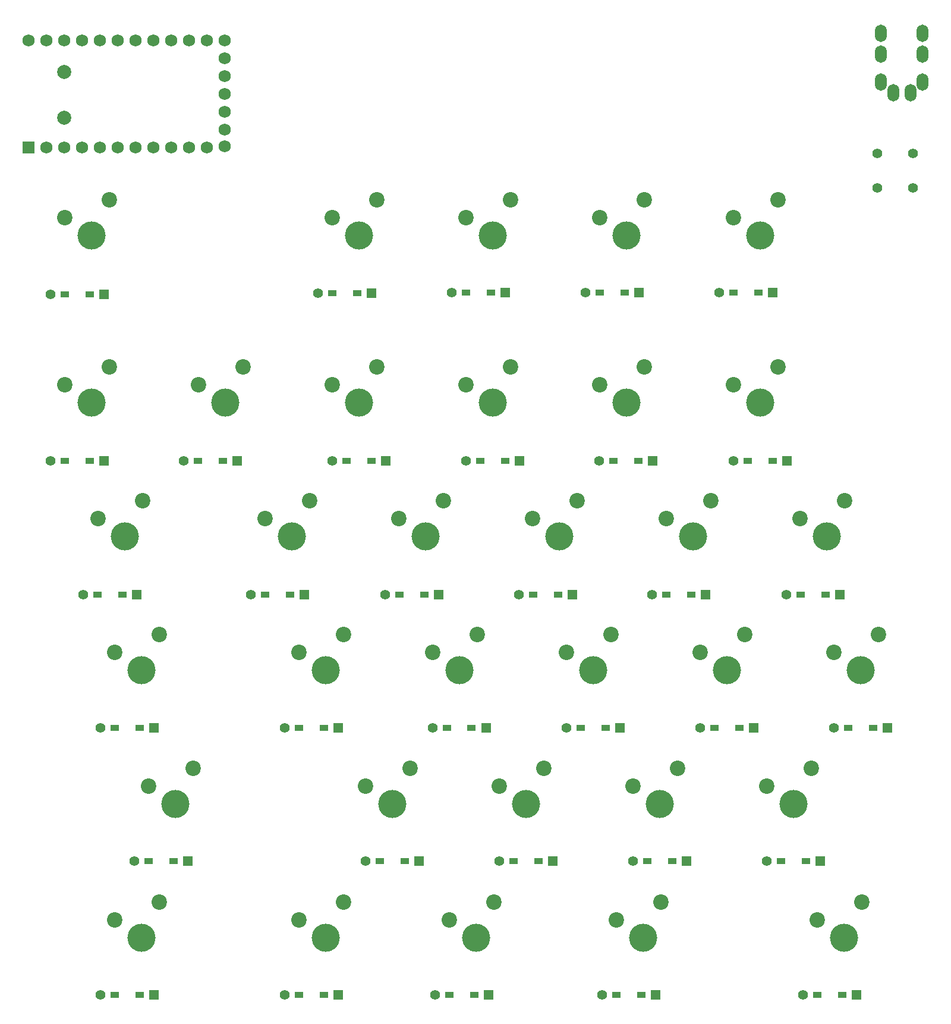
<source format=gbs>
G04 #@! TF.GenerationSoftware,KiCad,Pcbnew,(5.1.8)-1*
G04 #@! TF.CreationDate,2020-12-12T14:40:11+09:00*
G04 #@! TF.ProjectId,keyboard-layouter-playground,6b657962-6f61-4726-942d-6c61796f7574,rev?*
G04 #@! TF.SameCoordinates,Original*
G04 #@! TF.FileFunction,Soldermask,Bot*
G04 #@! TF.FilePolarity,Negative*
%FSLAX46Y46*%
G04 Gerber Fmt 4.6, Leading zero omitted, Abs format (unit mm)*
G04 Created by KiCad (PCBNEW (5.1.8)-1) date 2020-12-12 14:40:11*
%MOMM*%
%LPD*%
G01*
G04 APERTURE LIST*
%ADD10C,4.000000*%
%ADD11C,2.200000*%
%ADD12C,1.397000*%
%ADD13O,1.700000X2.500000*%
%ADD14C,1.752600*%
%ADD15R,1.752600X1.752600*%
%ADD16C,2.000000*%
%ADD17R,1.300000X0.950000*%
%ADD18R,1.397000X1.397000*%
G04 APERTURE END LIST*
D10*
X41190600Y-209042000D03*
D11*
X37380600Y-206502000D03*
X43730600Y-203962000D03*
D10*
X136366000Y-228092000D03*
D11*
X132556000Y-225552000D03*
X138906000Y-223012000D03*
D10*
X36354000Y-228092000D03*
D11*
X32544000Y-225552000D03*
X38894000Y-223012000D03*
D10*
X36354000Y-189992000D03*
D11*
X32544000Y-187452000D03*
X38894000Y-184912000D03*
D10*
X33973000Y-170942000D03*
D11*
X30163000Y-168402000D03*
X36513000Y-165862000D03*
D10*
X107791000Y-228092000D03*
D11*
X103981000Y-225552000D03*
X110331000Y-223012000D03*
D10*
X83978500Y-228092000D03*
D11*
X80168500Y-225552000D03*
X86518500Y-223012000D03*
D10*
X62547500Y-228092000D03*
D11*
X58737500Y-225552000D03*
X65087500Y-223012000D03*
D10*
X129222000Y-209042000D03*
D11*
X125412000Y-206502000D03*
X131762000Y-203962000D03*
D10*
X110172000Y-209042000D03*
D11*
X106362000Y-206502000D03*
X112712000Y-203962000D03*
D10*
X91122500Y-209042000D03*
D11*
X87312500Y-206502000D03*
X93662500Y-203962000D03*
D10*
X72072500Y-209042000D03*
D11*
X68262500Y-206502000D03*
X74612500Y-203962000D03*
D10*
X138748000Y-189992000D03*
D11*
X134938000Y-187452000D03*
X141288000Y-184912000D03*
D10*
X119698000Y-189992000D03*
D11*
X115888000Y-187452000D03*
X122238000Y-184912000D03*
D10*
X100648000Y-189992000D03*
D11*
X96838000Y-187452000D03*
X103188000Y-184912000D03*
D10*
X81597500Y-189992000D03*
D11*
X77787500Y-187452000D03*
X84137500Y-184912000D03*
D10*
X62547500Y-189992000D03*
D11*
X58737500Y-187452000D03*
X65087500Y-184912000D03*
D10*
X133985000Y-170942000D03*
D11*
X130175000Y-168402000D03*
X136525000Y-165862000D03*
D10*
X114935000Y-170942000D03*
D11*
X111125000Y-168402000D03*
X117475000Y-165862000D03*
D10*
X95885000Y-170942000D03*
D11*
X92075000Y-168402000D03*
X98425000Y-165862000D03*
D10*
X76835000Y-170942000D03*
D11*
X73025000Y-168402000D03*
X79375000Y-165862000D03*
D10*
X57785000Y-170942000D03*
D11*
X53975000Y-168402000D03*
X60325000Y-165862000D03*
D10*
X124460000Y-151892000D03*
D11*
X120650000Y-149352000D03*
X127000000Y-146812000D03*
D10*
X105410000Y-151892000D03*
D11*
X101600000Y-149352000D03*
X107950000Y-146812000D03*
D10*
X86360000Y-151892000D03*
D11*
X82550000Y-149352000D03*
X88900000Y-146812000D03*
D10*
X67310000Y-151892000D03*
D11*
X63500000Y-149352000D03*
X69850000Y-146812000D03*
D10*
X48260000Y-151892000D03*
D11*
X44450000Y-149352000D03*
X50800000Y-146812000D03*
D10*
X29210000Y-151892000D03*
D11*
X25400000Y-149352000D03*
X31750000Y-146812000D03*
D10*
X124460000Y-128080000D03*
D11*
X120650000Y-125540000D03*
X127000000Y-123000000D03*
D10*
X105410000Y-128080000D03*
D11*
X101600000Y-125540000D03*
X107950000Y-123000000D03*
D10*
X86360000Y-128080000D03*
D11*
X82550000Y-125540000D03*
X88900000Y-123000000D03*
D10*
X67310000Y-128080000D03*
D11*
X63500000Y-125540000D03*
X69850000Y-123000000D03*
D10*
X29210000Y-128080000D03*
D11*
X25400000Y-125540000D03*
X31750000Y-123000000D03*
D12*
X141160000Y-116450000D03*
X146240000Y-116450000D03*
X141160000Y-121350000D03*
X146240000Y-121350000D03*
D13*
X141650000Y-106300000D03*
X145850000Y-107800000D03*
X141650000Y-99300000D03*
X141650000Y-102300000D03*
X147600000Y-99300000D03*
X147600000Y-102300000D03*
X147600000Y-106300000D03*
X143400000Y-107800000D03*
D14*
X48220000Y-113080000D03*
X48220000Y-110540000D03*
X48220000Y-108000000D03*
X48220000Y-105460000D03*
X48220000Y-102920000D03*
X20280000Y-100380000D03*
X48220000Y-115391400D03*
X22820000Y-100380000D03*
X25360000Y-100380000D03*
X27900000Y-100380000D03*
X30440000Y-100380000D03*
X32980000Y-100380000D03*
X35520000Y-100380000D03*
X38060000Y-100380000D03*
X40600000Y-100380000D03*
X43140000Y-100380000D03*
X45680000Y-100380000D03*
X48220000Y-100380000D03*
X45680000Y-115620000D03*
X43140000Y-115620000D03*
X40600000Y-115620000D03*
X38060000Y-115620000D03*
X35520000Y-115620000D03*
X32980000Y-115620000D03*
X30440000Y-115620000D03*
X27900000Y-115620000D03*
X25360000Y-115620000D03*
X22820000Y-115620000D03*
D15*
X20280000Y-115620000D03*
D16*
X25350000Y-111350000D03*
X25350000Y-104850000D03*
D17*
X40908820Y-217211900D03*
X37358820Y-217211900D03*
D12*
X35323820Y-217211900D03*
D18*
X42943820Y-217211900D03*
D17*
X136108820Y-236211900D03*
X132558820Y-236211900D03*
D12*
X130523820Y-236211900D03*
D18*
X138143820Y-236211900D03*
D17*
X36108820Y-236211900D03*
X32558820Y-236211900D03*
D12*
X30523820Y-236211900D03*
D18*
X38143820Y-236211900D03*
D17*
X36108820Y-198211900D03*
X32558820Y-198211900D03*
D12*
X30523820Y-198211900D03*
D18*
X38143820Y-198211900D03*
D17*
X33608820Y-179211900D03*
X30058820Y-179211900D03*
D12*
X28023820Y-179211900D03*
D18*
X35643820Y-179211900D03*
D17*
X107508820Y-236211900D03*
X103958820Y-236211900D03*
D12*
X101923820Y-236211900D03*
D18*
X109543820Y-236211900D03*
D17*
X83708820Y-236211900D03*
X80158820Y-236211900D03*
D12*
X78123820Y-236211900D03*
D18*
X85743820Y-236211900D03*
D17*
X62308820Y-236211900D03*
X58758820Y-236211900D03*
D12*
X56723820Y-236211900D03*
D18*
X64343820Y-236211900D03*
D17*
X131008820Y-217211900D03*
X127458820Y-217211900D03*
D12*
X125423820Y-217211900D03*
D18*
X133043820Y-217211900D03*
D17*
X111908820Y-217211900D03*
X108358820Y-217211900D03*
D12*
X106323820Y-217211900D03*
D18*
X113943820Y-217211900D03*
D17*
X92908820Y-217211900D03*
X89358820Y-217211900D03*
D12*
X87323820Y-217211900D03*
D18*
X94943820Y-217211900D03*
D17*
X73858820Y-217211900D03*
X70308820Y-217211900D03*
D12*
X68273820Y-217211900D03*
D18*
X75893820Y-217211900D03*
D17*
X140558820Y-198211900D03*
X137008820Y-198211900D03*
D12*
X134973820Y-198211900D03*
D18*
X142593820Y-198211900D03*
D17*
X121508820Y-198211900D03*
X117958820Y-198211900D03*
D12*
X115923820Y-198211900D03*
D18*
X123543820Y-198211900D03*
D17*
X102458820Y-198211900D03*
X98908820Y-198211900D03*
D12*
X96873820Y-198211900D03*
D18*
X104493820Y-198211900D03*
D17*
X83358820Y-198211900D03*
X79808820Y-198211900D03*
D12*
X77773820Y-198211900D03*
D18*
X85393820Y-198211900D03*
D17*
X62308820Y-198211900D03*
X58758820Y-198211900D03*
D12*
X56723820Y-198211900D03*
D18*
X64343820Y-198211900D03*
D17*
X133758820Y-179211900D03*
X130208820Y-179211900D03*
D12*
X128173820Y-179211900D03*
D18*
X135793820Y-179211900D03*
D17*
X114658820Y-179211900D03*
X111108820Y-179211900D03*
D12*
X109073820Y-179211900D03*
D18*
X116693820Y-179211900D03*
D17*
X95658820Y-179211900D03*
X92108820Y-179211900D03*
D12*
X90073820Y-179211900D03*
D18*
X97693820Y-179211900D03*
D17*
X76608820Y-179211900D03*
X73058820Y-179211900D03*
D12*
X71023820Y-179211900D03*
D18*
X78643820Y-179211900D03*
D17*
X57508820Y-179211900D03*
X53958820Y-179211900D03*
D12*
X51923820Y-179211900D03*
D18*
X59543820Y-179211900D03*
D17*
X126258820Y-160211900D03*
X122708820Y-160211900D03*
D12*
X120673820Y-160211900D03*
D18*
X128293820Y-160211900D03*
D17*
X107108820Y-160211900D03*
X103558820Y-160211900D03*
D12*
X101523820Y-160211900D03*
D18*
X109143820Y-160211900D03*
D17*
X88108820Y-160211900D03*
X84558820Y-160211900D03*
D12*
X82523820Y-160211900D03*
D18*
X90143820Y-160211900D03*
D17*
X69058820Y-160211900D03*
X65508820Y-160211900D03*
D12*
X63473820Y-160211900D03*
D18*
X71093820Y-160211900D03*
D17*
X47958820Y-160211900D03*
X44408820Y-160211900D03*
D12*
X42373820Y-160211900D03*
D18*
X49993820Y-160211900D03*
D17*
X28958820Y-160211900D03*
X25408820Y-160211900D03*
D12*
X23373820Y-160211900D03*
D18*
X30993820Y-160211900D03*
D17*
X124183820Y-136211900D03*
X120633820Y-136211900D03*
D12*
X118598820Y-136211900D03*
D18*
X126218820Y-136211900D03*
D17*
X105158820Y-136211900D03*
X101608820Y-136211900D03*
D12*
X99573820Y-136211900D03*
D18*
X107193820Y-136211900D03*
D17*
X86108820Y-136211900D03*
X82558820Y-136211900D03*
D12*
X80523820Y-136211900D03*
D18*
X88143820Y-136211900D03*
D17*
X67058820Y-136311900D03*
X63508820Y-136311900D03*
D12*
X61473820Y-136311900D03*
D18*
X69093820Y-136311900D03*
D17*
X28958820Y-136461900D03*
X25408820Y-136461900D03*
D12*
X23373820Y-136461900D03*
D18*
X30993820Y-136461900D03*
M02*

</source>
